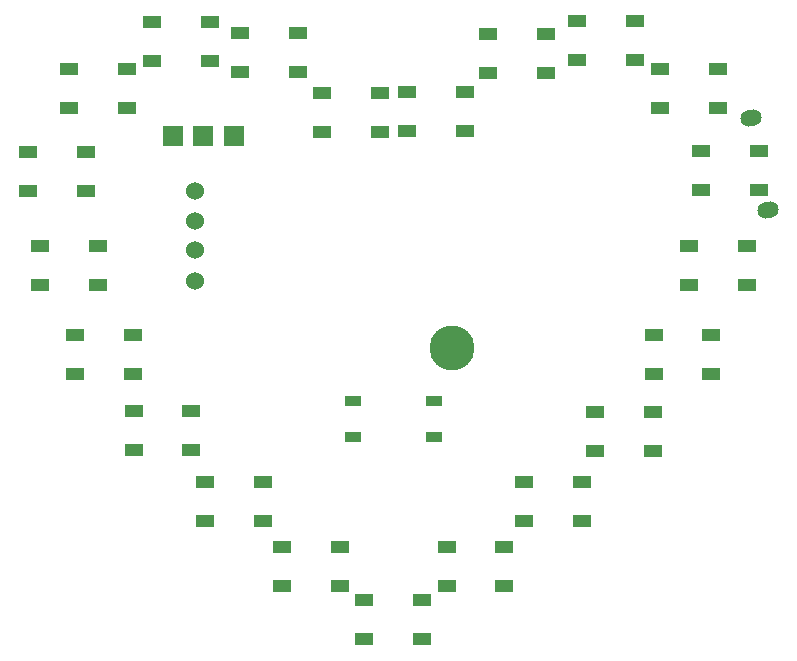
<source format=gbr>
%TF.GenerationSoftware,KiCad,Pcbnew,9.0.5*%
%TF.CreationDate,2025-11-15T18:52:14+05:30*%
%TF.ProjectId,HeartPCB_KiCad,48656172-7450-4434-925f-4b694361642e,rev?*%
%TF.SameCoordinates,Original*%
%TF.FileFunction,Soldermask,Top*%
%TF.FilePolarity,Negative*%
%FSLAX46Y46*%
G04 Gerber Fmt 4.6, Leading zero omitted, Abs format (unit mm)*
G04 Created by KiCad (PCBNEW 9.0.5) date 2025-11-15 18:52:14*
%MOMM*%
%LPD*%
G01*
G04 APERTURE LIST*
G04 Aperture macros list*
%AMHorizOval*
0 Thick line with rounded ends*
0 $1 width*
0 $2 $3 position (X,Y) of the first rounded end (center of the circle)*
0 $4 $5 position (X,Y) of the second rounded end (center of the circle)*
0 Add line between two ends*
20,1,$1,$2,$3,$4,$5,0*
0 Add two circle primitives to create the rounded ends*
1,1,$1,$2,$3*
1,1,$1,$4,$5*%
G04 Aperture macros list end*
%ADD10R,1.500000X1.000000*%
%ADD11R,1.700000X1.700000*%
%ADD12C,2.600000*%
%ADD13C,3.800000*%
%ADD14C,1.524000*%
%ADD15R,1.400000X0.900000*%
%ADD16HorizOval,1.400000X-0.196962X-0.034730X0.196962X0.034730X0*%
G04 APERTURE END LIST*
D10*
%TO.C,LED16*%
X172925000Y-77400000D03*
X172925000Y-80700000D03*
X177825000Y-80700000D03*
X177825000Y-77400000D03*
%TD*%
D11*
%TO.C,GND*%
X131800000Y-68100000D03*
%TD*%
D10*
%TO.C,LED2*%
X134950000Y-59400000D03*
X134950000Y-62700000D03*
X139850000Y-62700000D03*
X139850000Y-59400000D03*
%TD*%
%TO.C,LED17*%
X173925000Y-69375000D03*
X173925000Y-72675000D03*
X178825000Y-72675000D03*
X178825000Y-69375000D03*
%TD*%
%TO.C,LED19*%
X163450000Y-58375000D03*
X163450000Y-61675000D03*
X168350000Y-61675000D03*
X168350000Y-58375000D03*
%TD*%
D12*
%TO.C,REF\u002A\u002A*%
X152830000Y-86060000D03*
D13*
X152830000Y-86060000D03*
%TD*%
D11*
%TO.C,Me 2*%
X134400000Y-68100000D03*
%TD*%
D10*
%TO.C,LED11*%
X145400000Y-107400000D03*
X145400000Y-110700000D03*
X150300000Y-110700000D03*
X150300000Y-107400000D03*
%TD*%
%TO.C,LED7*%
X120950000Y-84900000D03*
X120950000Y-88200000D03*
X125850000Y-88200000D03*
X125850000Y-84900000D03*
%TD*%
%TO.C,LED15*%
X169925000Y-84925000D03*
X169925000Y-88225000D03*
X174825000Y-88225000D03*
X174825000Y-84925000D03*
%TD*%
%TO.C,LED1*%
X141843220Y-64412398D03*
X141843220Y-67712398D03*
X146743220Y-67712398D03*
X146743220Y-64412398D03*
%TD*%
%TO.C,LED21*%
X149041319Y-64374413D03*
X149041319Y-67674413D03*
X153941319Y-67674413D03*
X153941319Y-64374413D03*
%TD*%
%TO.C,LED6*%
X117950000Y-77400000D03*
X117950000Y-80700000D03*
X122850000Y-80700000D03*
X122850000Y-77400000D03*
%TD*%
%TO.C,LED5*%
X116950000Y-69400000D03*
X116950000Y-72700000D03*
X121850000Y-72700000D03*
X121850000Y-69400000D03*
%TD*%
%TO.C,LED14*%
X164975000Y-91425000D03*
X164975000Y-94725000D03*
X169875000Y-94725000D03*
X169875000Y-91425000D03*
%TD*%
%TO.C,LED4*%
X120450000Y-62400000D03*
X120450000Y-65700000D03*
X125350000Y-65700000D03*
X125350000Y-62400000D03*
%TD*%
%TO.C,LED8*%
X125900000Y-91400000D03*
X125900000Y-94700000D03*
X130800000Y-94700000D03*
X130800000Y-91400000D03*
%TD*%
%TO.C,LED12*%
X152400000Y-102850000D03*
X152400000Y-106150000D03*
X157300000Y-106150000D03*
X157300000Y-102850000D03*
%TD*%
%TO.C,LED13*%
X158950000Y-97400000D03*
X158950000Y-100700000D03*
X163850000Y-100700000D03*
X163850000Y-97400000D03*
%TD*%
%TO.C,LED20*%
X155950000Y-59425000D03*
X155950000Y-62725000D03*
X160850000Y-62725000D03*
X160850000Y-59425000D03*
%TD*%
D11*
%TO.C,Probe Me*%
X129200000Y-68100000D03*
%TD*%
D10*
%TO.C,LED10*%
X138450000Y-102900000D03*
X138450000Y-106200000D03*
X143350000Y-106200000D03*
X143350000Y-102900000D03*
%TD*%
%TO.C,LED9*%
X131950000Y-97400000D03*
X131950000Y-100700000D03*
X136850000Y-100700000D03*
X136850000Y-97400000D03*
%TD*%
%TO.C,LED3*%
X127450000Y-58400000D03*
X127450000Y-61700000D03*
X132350000Y-61700000D03*
X132350000Y-58400000D03*
%TD*%
D14*
%TO.C,Display*%
X131100000Y-72750000D03*
X131100000Y-75250000D03*
X131100000Y-77750000D03*
X131100000Y-80350000D03*
%TD*%
D10*
%TO.C,LED18*%
X175350000Y-65725000D03*
X175350000Y-62425000D03*
X170450000Y-62425000D03*
X170450000Y-65725000D03*
%TD*%
D15*
%TO.C,Press Me*%
X151300000Y-93550000D03*
X144500000Y-93550000D03*
X151300000Y-90550000D03*
X144500000Y-90550000D03*
%TD*%
D16*
%TO.C,J1*%
X179588033Y-74355058D03*
X178216212Y-66575077D03*
%TD*%
M02*

</source>
